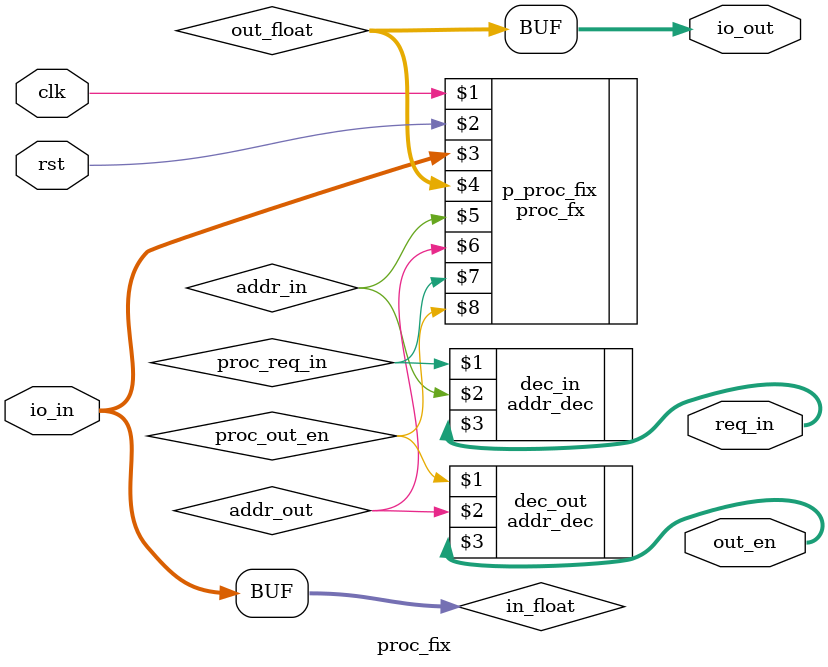
<source format=v>
module proc_fix (
input clk, rst,
input signed [31:0] io_in,
output signed [31:0] io_out,
output [1:0] req_in,
output [1:0] out_en);

wire signed [31:0] in_float;
wire signed [31:0] out_float;

assign in_float = io_in;

wire proc_req_in, proc_out_en;
wire [0:0] addr_in;
wire [0:0] addr_out;

proc_fx #(.NUBITS(32),
.MDATAS(407),
.MINSTS(4621),
.SDEPTH(16),
.NUIOIN(2),
.NUIOOU(2),
.EQU(1),
.MLT(1),
.ADD(1),
.LES(1),
.NRM(1),
.DFILE("C:/Users/melis/Desktop/GitDesk/proc_fix/proc_fix/Hardware/proc_fix_H/proc_fix_data.mif"),
.IFILE("C:/Users/melis/Desktop/GitDesk/proc_fix/proc_fix/Hardware/proc_fix_H/proc_fix_inst.mif")
) p_proc_fix (clk, rst, in_float, out_float, addr_in, addr_out, proc_req_in, proc_out_en);

assign io_out = out_float;

addr_dec #(2) dec_in (proc_req_in, addr_in , req_in);
addr_dec #(2) dec_out(proc_out_en, addr_out, out_en);

endmodule

</source>
